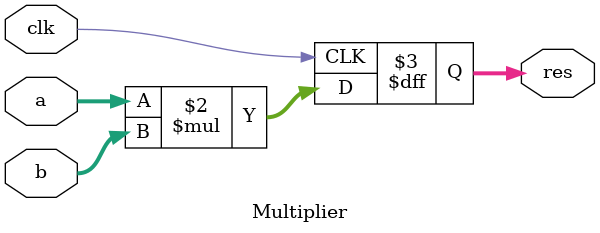
<source format=v>
`timescale 1ns / 1ps


module Multiplier#(
     parameter BIT_WIDTH = 8//k
     )
 (
    input clk,
    input  [BIT_WIDTH-1:0] a,
    input  [BIT_WIDTH-1:0] b,
    output reg [BIT_WIDTH-1:0] res
 );

    always @(posedge clk)
    begin
        res = a[BIT_WIDTH-1:0]*b[BIT_WIDTH-1:0];
    end
endmodule

</source>
